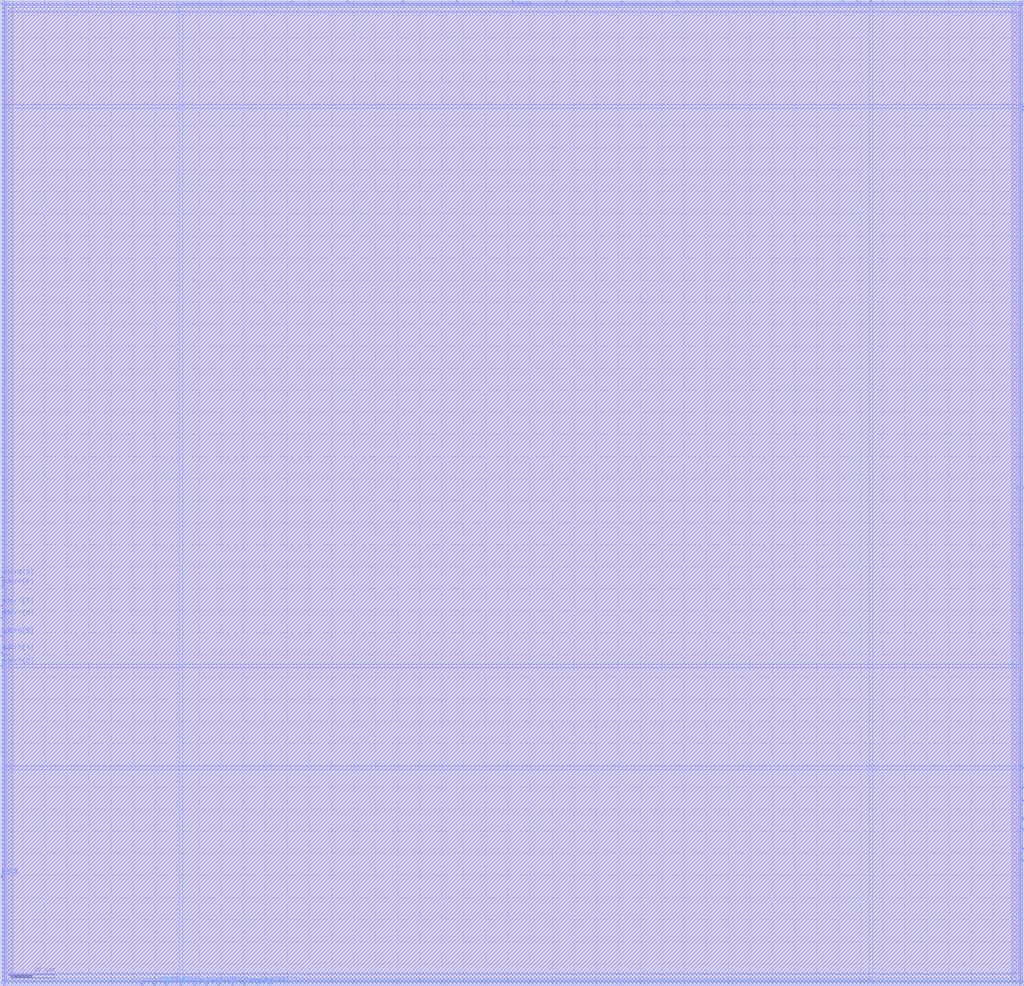
<source format=lef>
VERSION 5.4 ;
NAMESCASESENSITIVE ON ;
BUSBITCHARS "[]" ;
DIVIDERCHAR "/" ;
UNITS
  DATABASE MICRONS 2000 ;
END UNITS
MACRO sky130_sram_fifo_1r1w_8x1024_8
   CLASS BLOCK ;
   SIZE 464.14 BY 447.14 ;
   SYMMETRY X Y R90 ;
   PIN din0[0]
      DIRECTION INPUT ;
      PORT
         LAYER met4 ;
         RECT  81.6 0.0 81.98 1.06 ;
      END
   END din0[0]
   PIN din0[1]
      DIRECTION INPUT ;
      PORT
         LAYER met4 ;
         RECT  87.72 0.0 88.1 1.06 ;
      END
   END din0[1]
   PIN din0[2]
      DIRECTION INPUT ;
      PORT
         LAYER met4 ;
         RECT  93.16 0.0 93.54 1.06 ;
      END
   END din0[2]
   PIN din0[3]
      DIRECTION INPUT ;
      PORT
         LAYER met4 ;
         RECT  98.6 0.0 98.98 1.06 ;
      END
   END din0[3]
   PIN din0[4]
      DIRECTION INPUT ;
      PORT
         LAYER met4 ;
         RECT  104.72 0.0 105.1 1.06 ;
      END
   END din0[4]
   PIN din0[5]
      DIRECTION INPUT ;
      PORT
         LAYER met4 ;
         RECT  110.16 0.0 110.54 1.06 ;
      END
   END din0[5]
   PIN din0[6]
      DIRECTION INPUT ;
      PORT
         LAYER met4 ;
         RECT  116.28 0.0 116.66 1.06 ;
      END
   END din0[6]
   PIN din0[7]
      DIRECTION INPUT ;
      PORT
         LAYER met4 ;
         RECT  121.72 0.0 122.1 1.06 ;
      END
   END din0[7]
   PIN addr0[0]
      DIRECTION INPUT ;
      PORT
         LAYER met4 ;
         RECT  63.92 0.0 64.3 1.06 ;
      END
   END addr0[0]
   PIN addr0[1]
      DIRECTION INPUT ;
      PORT
         LAYER met4 ;
         RECT  69.36 0.0 69.74 1.06 ;
      END
   END addr0[1]
   PIN addr0[2]
      DIRECTION INPUT ;
      PORT
         LAYER met4 ;
         RECT  74.8 0.0 75.18 1.06 ;
      END
   END addr0[2]
   PIN addr0[3]
      DIRECTION INPUT ;
      PORT
         LAYER met3 ;
         RECT  0.0 144.84 1.06 145.22 ;
      END
   END addr0[3]
   PIN addr0[4]
      DIRECTION INPUT ;
      PORT
         LAYER met3 ;
         RECT  0.0 150.96 1.06 151.34 ;
      END
   END addr0[4]
   PIN addr0[5]
      DIRECTION INPUT ;
      PORT
         LAYER met3 ;
         RECT  0.0 158.44 1.06 158.82 ;
      END
   END addr0[5]
   PIN addr0[6]
      DIRECTION INPUT ;
      PORT
         LAYER met3 ;
         RECT  0.0 166.6 1.06 166.98 ;
      END
   END addr0[6]
   PIN addr0[7]
      DIRECTION INPUT ;
      PORT
         LAYER met3 ;
         RECT  0.0 172.04 1.06 172.42 ;
      END
   END addr0[7]
   PIN addr0[8]
      DIRECTION INPUT ;
      PORT
         LAYER met3 ;
         RECT  0.0 180.88 1.06 181.26 ;
      END
   END addr0[8]
   PIN addr0[9]
      DIRECTION INPUT ;
      PORT
         LAYER met3 ;
         RECT  0.0 184.96 1.06 185.34 ;
      END
   END addr0[9]
   PIN addr1[0]
      DIRECTION INPUT ;
      PORT
         LAYER met4 ;
         RECT  394.4 446.08 394.78 447.14 ;
      END
   END addr1[0]
   PIN addr1[1]
      DIRECTION INPUT ;
      PORT
         LAYER met4 ;
         RECT  388.28 446.08 388.66 447.14 ;
      END
   END addr1[1]
   PIN addr1[2]
      DIRECTION INPUT ;
      PORT
         LAYER met4 ;
         RECT  381.48 446.08 381.86 447.14 ;
      END
   END addr1[2]
   PIN addr1[3]
      DIRECTION INPUT ;
      PORT
         LAYER met3 ;
         RECT  463.08 98.6 464.14 98.98 ;
      END
   END addr1[3]
   PIN addr1[4]
      DIRECTION INPUT ;
      PORT
         LAYER met3 ;
         RECT  463.08 89.76 464.14 90.14 ;
      END
   END addr1[4]
   PIN addr1[5]
      DIRECTION INPUT ;
      PORT
         LAYER met3 ;
         RECT  463.08 83.64 464.14 84.02 ;
      END
   END addr1[5]
   PIN addr1[6]
      DIRECTION INPUT ;
      PORT
         LAYER met3 ;
         RECT  463.08 75.48 464.14 75.86 ;
      END
   END addr1[6]
   PIN addr1[7]
      DIRECTION INPUT ;
      PORT
         LAYER met3 ;
         RECT  463.08 70.72 464.14 71.1 ;
      END
   END addr1[7]
   PIN addr1[8]
      DIRECTION INPUT ;
      PORT
         LAYER met3 ;
         RECT  463.08 61.88 464.14 62.26 ;
      END
   END addr1[8]
   PIN addr1[9]
      DIRECTION INPUT ;
      PORT
         LAYER met3 ;
         RECT  463.08 56.44 464.14 56.82 ;
      END
   END addr1[9]
   PIN csb0
      DIRECTION INPUT ;
      PORT
         LAYER met3 ;
         RECT  0.0 49.64 1.06 50.02 ;
      END
   END csb0
   PIN csb1
      DIRECTION INPUT ;
      PORT
         LAYER met3 ;
         RECT  463.08 398.48 464.14 398.86 ;
      END
   END csb1
   PIN clk0
      DIRECTION INPUT ;
      PORT
         LAYER met3 ;
         RECT  0.0 48.96 1.06 49.34 ;
      END
   END clk0
   PIN clk1
      DIRECTION INPUT ;
      PORT
         LAYER met3 ;
         RECT  463.08 397.12 464.14 397.5 ;
      END
   END clk1
   PIN dout1[0]
      DIRECTION OUTPUT ;
      PORT
         LAYER met4 ;
         RECT  131.92 446.08 132.3 447.14 ;
      END
   END dout1[0]
   PIN dout1[1]
      DIRECTION OUTPUT ;
      PORT
         LAYER met4 ;
         RECT  157.08 446.08 157.46 447.14 ;
      END
   END dout1[1]
   PIN dout1[2]
      DIRECTION OUTPUT ;
      PORT
         LAYER met4 ;
         RECT  182.24 446.08 182.62 447.14 ;
      END
   END dout1[2]
   PIN dout1[3]
      DIRECTION OUTPUT ;
      PORT
         LAYER met4 ;
         RECT  206.72 446.08 207.1 447.14 ;
      END
   END dout1[3]
   PIN dout1[4]
      DIRECTION OUTPUT ;
      PORT
         LAYER met4 ;
         RECT  231.88 446.08 232.26 447.14 ;
      END
   END dout1[4]
   PIN dout1[5]
      DIRECTION OUTPUT ;
      PORT
         LAYER met4 ;
         RECT  256.36 446.08 256.74 447.14 ;
      END
   END dout1[5]
   PIN dout1[6]
      DIRECTION OUTPUT ;
      PORT
         LAYER met4 ;
         RECT  281.52 446.08 281.9 447.14 ;
      END
   END dout1[6]
   PIN dout1[7]
      DIRECTION OUTPUT ;
      PORT
         LAYER met4 ;
         RECT  306.68 446.08 307.06 447.14 ;
      END
   END dout1[7]
   PIN vccd1
      DIRECTION INOUT ;
      USE POWER ; 
      SHAPE ABUTMENT ; 
      PORT
         LAYER met3 ;
         RECT  3.4 3.4 460.74 5.14 ;
         LAYER met4 ;
         RECT  3.4 3.4 5.14 443.74 ;
         LAYER met4 ;
         RECT  459.0 3.4 460.74 443.74 ;
         LAYER met3 ;
         RECT  3.4 442.0 460.74 443.74 ;
      END
   END vccd1
   PIN vssd1
      DIRECTION INOUT ;
      USE GROUND ; 
      SHAPE ABUTMENT ; 
      PORT
         LAYER met4 ;
         RECT  0.0 0.0 1.74 447.14 ;
         LAYER met3 ;
         RECT  0.0 0.0 464.14 1.74 ;
         LAYER met4 ;
         RECT  462.4 0.0 464.14 447.14 ;
         LAYER met3 ;
         RECT  0.0 445.4 464.14 447.14 ;
      END
   END vssd1
   OBS
   LAYER  met1 ;
      RECT  0.62 0.62 463.52 446.52 ;
   LAYER  met2 ;
      RECT  0.62 0.62 463.52 446.52 ;
   LAYER  met3 ;
      RECT  1.66 144.24 463.52 145.82 ;
      RECT  0.62 145.82 1.66 150.36 ;
      RECT  0.62 151.94 1.66 157.84 ;
      RECT  0.62 159.42 1.66 166.0 ;
      RECT  0.62 167.58 1.66 171.44 ;
      RECT  0.62 173.02 1.66 180.28 ;
      RECT  0.62 181.86 1.66 184.36 ;
      RECT  1.66 98.0 462.48 99.58 ;
      RECT  1.66 99.58 462.48 144.24 ;
      RECT  462.48 99.58 463.52 144.24 ;
      RECT  462.48 90.74 463.52 98.0 ;
      RECT  462.48 84.62 463.52 89.16 ;
      RECT  462.48 76.46 463.52 83.04 ;
      RECT  462.48 71.7 463.52 74.88 ;
      RECT  462.48 62.86 463.52 70.12 ;
      RECT  462.48 57.42 463.52 61.28 ;
      RECT  0.62 50.62 1.66 144.24 ;
      RECT  1.66 145.82 462.48 397.88 ;
      RECT  1.66 397.88 462.48 399.46 ;
      RECT  462.48 145.82 463.52 396.52 ;
      RECT  1.66 2.8 2.8 5.74 ;
      RECT  1.66 5.74 2.8 98.0 ;
      RECT  2.8 5.74 461.34 98.0 ;
      RECT  461.34 2.8 462.48 5.74 ;
      RECT  461.34 5.74 462.48 98.0 ;
      RECT  1.66 399.46 2.8 441.4 ;
      RECT  1.66 441.4 2.8 444.34 ;
      RECT  2.8 399.46 461.34 441.4 ;
      RECT  461.34 399.46 462.48 441.4 ;
      RECT  461.34 441.4 462.48 444.34 ;
      RECT  462.48 2.34 463.52 55.84 ;
      RECT  0.62 2.34 1.66 48.36 ;
      RECT  1.66 2.34 2.8 2.8 ;
      RECT  2.8 2.34 461.34 2.8 ;
      RECT  461.34 2.34 462.48 2.8 ;
      RECT  0.62 185.94 1.66 444.8 ;
      RECT  462.48 399.46 463.52 444.8 ;
      RECT  1.66 444.34 2.8 444.8 ;
      RECT  2.8 444.34 461.34 444.8 ;
      RECT  461.34 444.34 462.48 444.8 ;
   LAYER  met4 ;
      RECT  81.0 1.66 82.58 446.52 ;
      RECT  82.58 0.62 87.12 1.66 ;
      RECT  88.7 0.62 92.56 1.66 ;
      RECT  94.14 0.62 98.0 1.66 ;
      RECT  99.58 0.62 104.12 1.66 ;
      RECT  105.7 0.62 109.56 1.66 ;
      RECT  111.14 0.62 115.68 1.66 ;
      RECT  117.26 0.62 121.12 1.66 ;
      RECT  64.9 0.62 68.76 1.66 ;
      RECT  70.34 0.62 74.2 1.66 ;
      RECT  75.78 0.62 81.0 1.66 ;
      RECT  82.58 1.66 393.8 445.48 ;
      RECT  393.8 1.66 395.38 445.48 ;
      RECT  389.26 445.48 393.8 446.52 ;
      RECT  382.46 445.48 387.68 446.52 ;
      RECT  82.58 445.48 131.32 446.52 ;
      RECT  132.9 445.48 156.48 446.52 ;
      RECT  158.06 445.48 181.64 446.52 ;
      RECT  183.22 445.48 206.12 446.52 ;
      RECT  207.7 445.48 231.28 446.52 ;
      RECT  232.86 445.48 255.76 446.52 ;
      RECT  257.34 445.48 280.92 446.52 ;
      RECT  282.5 445.48 306.08 446.52 ;
      RECT  307.66 445.48 380.88 446.52 ;
      RECT  2.8 1.66 5.74 2.8 ;
      RECT  2.8 444.34 5.74 446.52 ;
      RECT  5.74 1.66 81.0 2.8 ;
      RECT  5.74 2.8 81.0 444.34 ;
      RECT  5.74 444.34 81.0 446.52 ;
      RECT  395.38 1.66 458.4 2.8 ;
      RECT  395.38 2.8 458.4 444.34 ;
      RECT  395.38 444.34 458.4 445.48 ;
      RECT  458.4 1.66 461.34 2.8 ;
      RECT  458.4 444.34 461.34 445.48 ;
      RECT  2.34 0.62 63.32 1.66 ;
      RECT  2.34 1.66 2.8 2.8 ;
      RECT  2.34 2.8 2.8 444.34 ;
      RECT  2.34 444.34 2.8 446.52 ;
      RECT  122.7 0.62 461.8 1.66 ;
      RECT  395.38 445.48 461.8 446.52 ;
      RECT  461.34 1.66 461.8 2.8 ;
      RECT  461.34 2.8 461.8 444.34 ;
      RECT  461.34 444.34 461.8 445.48 ;
   END
END    sky130_sram_fifo_1r1w_8x1024_8
END    LIBRARY

</source>
